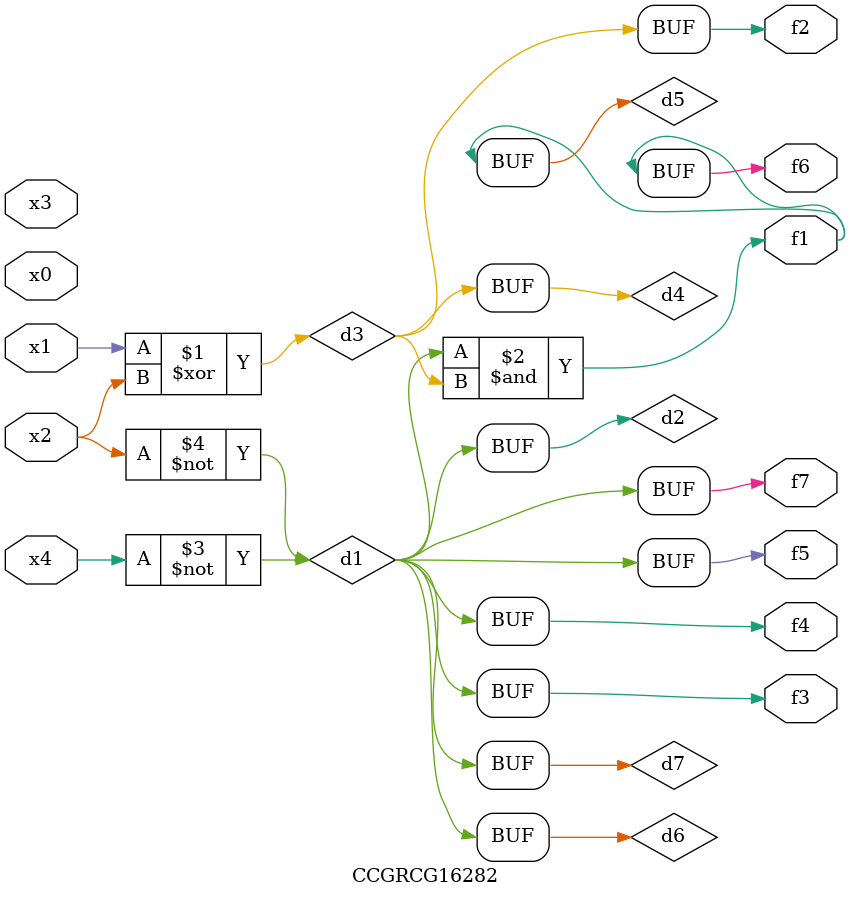
<source format=v>
module CCGRCG16282(
	input x0, x1, x2, x3, x4,
	output f1, f2, f3, f4, f5, f6, f7
);

	wire d1, d2, d3, d4, d5, d6, d7;

	not (d1, x4);
	not (d2, x2);
	xor (d3, x1, x2);
	buf (d4, d3);
	and (d5, d1, d3);
	buf (d6, d1, d2);
	buf (d7, d2);
	assign f1 = d5;
	assign f2 = d4;
	assign f3 = d7;
	assign f4 = d7;
	assign f5 = d7;
	assign f6 = d5;
	assign f7 = d7;
endmodule

</source>
